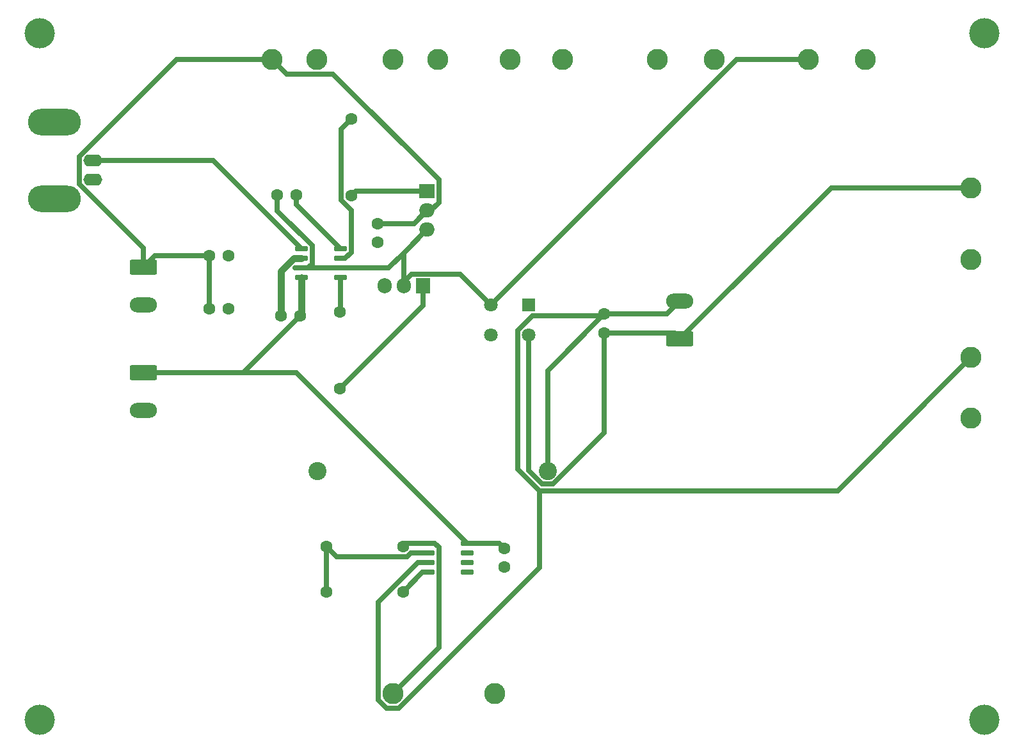
<source format=gtl>
%TF.GenerationSoftware,KiCad,Pcbnew,9.0.4*%
%TF.CreationDate,2025-10-17T10:30:08-05:00*%
%TF.ProjectId,Lab7_302,4c616237-5f33-4303-922e-6b696361645f,rev?*%
%TF.SameCoordinates,Original*%
%TF.FileFunction,Copper,L1,Top*%
%TF.FilePolarity,Positive*%
%FSLAX46Y46*%
G04 Gerber Fmt 4.6, Leading zero omitted, Abs format (unit mm)*
G04 Created by KiCad (PCBNEW 9.0.4) date 2025-10-17 10:30:08*
%MOMM*%
%LPD*%
G01*
G04 APERTURE LIST*
G04 Aperture macros list*
%AMRoundRect*
0 Rectangle with rounded corners*
0 $1 Rounding radius*
0 $2 $3 $4 $5 $6 $7 $8 $9 X,Y pos of 4 corners*
0 Add a 4 corners polygon primitive as box body*
4,1,4,$2,$3,$4,$5,$6,$7,$8,$9,$2,$3,0*
0 Add four circle primitives for the rounded corners*
1,1,$1+$1,$2,$3*
1,1,$1+$1,$4,$5*
1,1,$1+$1,$6,$7*
1,1,$1+$1,$8,$9*
0 Add four rect primitives between the rounded corners*
20,1,$1+$1,$2,$3,$4,$5,0*
20,1,$1+$1,$4,$5,$6,$7,0*
20,1,$1+$1,$6,$7,$8,$9,0*
20,1,$1+$1,$8,$9,$2,$3,0*%
G04 Aperture macros list end*
%TA.AperFunction,ComponentPad*%
%ADD10C,2.800000*%
%TD*%
%TA.AperFunction,ComponentPad*%
%ADD11C,1.600000*%
%TD*%
%TA.AperFunction,SMDPad,CuDef*%
%ADD12RoundRect,0.150000X-0.725000X-0.150000X0.725000X-0.150000X0.725000X0.150000X-0.725000X0.150000X0*%
%TD*%
%TA.AperFunction,ComponentPad*%
%ADD13R,1.905000X2.000000*%
%TD*%
%TA.AperFunction,ComponentPad*%
%ADD14O,1.905000X2.000000*%
%TD*%
%TA.AperFunction,ComponentPad*%
%ADD15RoundRect,0.250000X-1.550000X0.750000X-1.550000X-0.750000X1.550000X-0.750000X1.550000X0.750000X0*%
%TD*%
%TA.AperFunction,ComponentPad*%
%ADD16O,3.600000X2.000000*%
%TD*%
%TA.AperFunction,ComponentPad*%
%ADD17R,2.000000X1.905000*%
%TD*%
%TA.AperFunction,ComponentPad*%
%ADD18O,2.000000X1.905000*%
%TD*%
%TA.AperFunction,ComponentPad*%
%ADD19C,2.400000*%
%TD*%
%TA.AperFunction,ComponentPad*%
%ADD20R,1.800000X1.800000*%
%TD*%
%TA.AperFunction,ComponentPad*%
%ADD21C,1.800000*%
%TD*%
%TA.AperFunction,ComponentPad*%
%ADD22RoundRect,0.250000X1.550000X-0.750000X1.550000X0.750000X-1.550000X0.750000X-1.550000X-0.750000X0*%
%TD*%
%TA.AperFunction,ComponentPad*%
%ADD23O,2.500000X1.600000*%
%TD*%
%TA.AperFunction,ComponentPad*%
%ADD24O,7.000000X3.500000*%
%TD*%
%TA.AperFunction,ViaPad*%
%ADD25C,4.000000*%
%TD*%
%TA.AperFunction,Conductor*%
%ADD26C,0.900000*%
%TD*%
%TA.AperFunction,Conductor*%
%ADD27C,0.700000*%
%TD*%
G04 APERTURE END LIST*
D10*
%TO.P,LOWDR_T4,1,1*%
%TO.N,LOWDR*%
X159222500Y-55500000D03*
%TD*%
%TO.P,Vin_T1,1,1*%
%TO.N,Vin+*%
X108222500Y-55500000D03*
%TD*%
D11*
%TO.P,C5,1*%
%TO.N,BOOT*%
X111472500Y-73500000D03*
%TO.P,C5,2*%
%TO.N,SW*%
X108972500Y-73500000D03*
%TD*%
D10*
%TO.P,10V_T2,1,1*%
%TO.N,10V*%
X124222500Y-55500000D03*
%TD*%
D11*
%TO.P,C3,1*%
%TO.N,GND*%
X109472500Y-89500000D03*
%TO.P,C3,2*%
%TO.N,10V*%
X111972500Y-89500000D03*
%TD*%
D10*
%TO.P,GND_T6,1,1*%
%TO.N,GND*%
X200722500Y-82000000D03*
%TD*%
D12*
%TO.P,IC2,1,IN*%
%TO.N,PWM*%
X112147500Y-80595000D03*
%TO.P,IC2,2,PGND*%
%TO.N,GND*%
X112147500Y-81865000D03*
%TO.P,IC2,3,DT*%
%TO.N,SW*%
X112147500Y-83135000D03*
%TO.P,IC2,4,VCC*%
%TO.N,10V*%
X112147500Y-84405000D03*
%TO.P,IC2,5,LOWDR*%
%TO.N,LOWDR*%
X117297500Y-84405000D03*
%TO.P,IC2,6,BOOTLO*%
%TO.N,SW*%
X117297500Y-83135000D03*
%TO.P,IC2,7,HIGHDR*%
%TO.N,HIGHDR*%
X117297500Y-81865000D03*
%TO.P,IC2,8,BOOT*%
%TO.N,BOOT*%
X117297500Y-80595000D03*
%TD*%
D10*
%TO.P,Vout-_T7,1,1*%
%TO.N,Vout-*%
X200722500Y-95000000D03*
%TD*%
D11*
%TO.P,C2,1*%
%TO.N,Vout+*%
X152222500Y-91750000D03*
%TO.P,C2,2*%
%TO.N,Vout-*%
X152222500Y-89250000D03*
%TD*%
D12*
%TO.P,U1,1*%
%TO.N,OPAMP_OUT*%
X128925000Y-119595000D03*
%TO.P,U1,2,-*%
%TO.N,Net-(U1A--)*%
X128925000Y-120865000D03*
%TO.P,U1,3,+*%
%TO.N,Vout-*%
X128925000Y-122135000D03*
%TO.P,U1,4,V-*%
%TO.N,GND*%
X128925000Y-123405000D03*
%TO.P,U1,5,+*%
%TO.N,unconnected-(U1B-+-Pad5)*%
X134075000Y-123405000D03*
%TO.P,U1,6,-*%
%TO.N,unconnected-(U1B---Pad6)*%
X134075000Y-122135000D03*
%TO.P,U1,7*%
%TO.N,unconnected-(U1-Pad7)*%
X134075000Y-120865000D03*
%TO.P,U1,8,V+*%
%TO.N,10V*%
X134075000Y-119595000D03*
%TD*%
D13*
%TO.P,Q2,1,G*%
%TO.N,Net-(Q2-G)*%
X128222500Y-85500000D03*
D14*
%TO.P,Q2,2,D*%
%TO.N,SW*%
X125682500Y-85500000D03*
%TO.P,Q2,3,S*%
%TO.N,GND*%
X123142500Y-85500000D03*
%TD*%
D10*
%TO.P,OPAMP_OUT_T8,1,1*%
%TO.N,OPAMP_OUT*%
X124222500Y-139500000D03*
%TD*%
D15*
%TO.P,Vin1,1,Pin_1*%
%TO.N,Vin+*%
X91277500Y-83000000D03*
D16*
%TO.P,Vin1,2,Pin_2*%
%TO.N,GND*%
X91277500Y-88000000D03*
%TD*%
D17*
%TO.P,Q1,1,G*%
%TO.N,Net-(Q1-G)*%
X128772500Y-72960000D03*
D18*
%TO.P,Q1,2,D*%
%TO.N,Vin+*%
X128772500Y-75500000D03*
%TO.P,Q1,3,S*%
%TO.N,SW*%
X128772500Y-78040000D03*
%TD*%
D11*
%TO.P,C7,1*%
%TO.N,Vin+*%
X99972500Y-81500000D03*
%TO.P,C7,2*%
%TO.N,GND*%
X102472500Y-81500000D03*
%TD*%
D10*
%TO.P,PWN_T3,1,1*%
%TO.N,PWM*%
X139722500Y-55500000D03*
%TD*%
D11*
%TO.P,R4,1*%
%TO.N,Net-(Q1-G)*%
X118722500Y-73580000D03*
%TO.P,R4,2*%
%TO.N,HIGHDR*%
X118722500Y-63420000D03*
%TD*%
%TO.P,C4,1*%
%TO.N,10V*%
X139000000Y-120250000D03*
%TO.P,C4,2*%
%TO.N,GND*%
X139000000Y-122750000D03*
%TD*%
D19*
%TO.P,R1,1*%
%TO.N,GND*%
X114255000Y-110000000D03*
%TO.P,R1,2*%
%TO.N,Vout-*%
X144735000Y-110000000D03*
%TD*%
D10*
%TO.P,GND_T2,1,1*%
%TO.N,GND*%
X130222500Y-55500000D03*
%TD*%
%TO.P,GND_T8,1,1*%
%TO.N,GND*%
X137722500Y-139500000D03*
%TD*%
D20*
%TO.P,L1,1,1*%
%TO.N,unconnected-(L1-Pad1)*%
X142222500Y-88000000D03*
D21*
%TO.P,L1,2,2*%
%TO.N,SW*%
X137222500Y-88000000D03*
%TO.P,L1,3,3*%
%TO.N,Vout+*%
X142222500Y-92000000D03*
%TO.P,L1,4,4*%
%TO.N,unconnected-(L1-Pad4)*%
X137222500Y-92000000D03*
%TD*%
D11*
%TO.P,C6,1*%
%TO.N,Vin+*%
X99972500Y-88500000D03*
%TO.P,C6,2*%
%TO.N,GND*%
X102472500Y-88500000D03*
%TD*%
%TO.P,R2,1*%
%TO.N,GND*%
X125580000Y-126000000D03*
%TO.P,R2,2*%
%TO.N,Net-(U1A--)*%
X115420000Y-126000000D03*
%TD*%
D10*
%TO.P,GND_T3,1,1*%
%TO.N,GND*%
X146722500Y-55500000D03*
%TD*%
D22*
%TO.P,Vout1,1,Pin_1*%
%TO.N,Vout+*%
X162222500Y-92500000D03*
D16*
%TO.P,Vout1,2,Pin_2*%
%TO.N,Vout-*%
X162222500Y-87500000D03*
%TD*%
D11*
%TO.P,C1,1*%
%TO.N,Vin+*%
X122222500Y-77250000D03*
%TO.P,C1,2*%
%TO.N,GND*%
X122222500Y-79750000D03*
%TD*%
D10*
%TO.P,GND_T7,1,1*%
%TO.N,GND*%
X200722500Y-103000000D03*
%TD*%
%TO.P,GND_T4,1,1*%
%TO.N,GND*%
X166722500Y-55500000D03*
%TD*%
%TO.P,Vout+_T6,1,1*%
%TO.N,Vout+*%
X200722500Y-72500000D03*
%TD*%
%TO.P,LOW_Vds_T5,1,1*%
%TO.N,SW*%
X179222500Y-55500000D03*
%TD*%
%TO.P,GND_T5,1,1*%
%TO.N,GND*%
X186722500Y-55500000D03*
%TD*%
D11*
%TO.P,R3,1*%
%TO.N,Net-(U1A--)*%
X115420000Y-120000000D03*
%TO.P,R3,2*%
%TO.N,OPAMP_OUT*%
X125580000Y-120000000D03*
%TD*%
D15*
%TO.P,10VD1,1,Pin_1*%
%TO.N,10V*%
X91277500Y-97000000D03*
D16*
%TO.P,10VD1,2,Pin_2*%
%TO.N,GND*%
X91277500Y-102000000D03*
%TD*%
D23*
%TO.P,PWM1,1,In*%
%TO.N,PWM*%
X84580000Y-68920000D03*
D24*
%TO.P,PWM1,2,Ext*%
%TO.N,GND*%
X79500000Y-74000000D03*
D23*
X84580000Y-71460000D03*
D24*
X79500000Y-63840000D03*
%TD*%
D11*
%TO.P,R5,1*%
%TO.N,LOWDR*%
X117222500Y-88920000D03*
%TO.P,R5,2*%
%TO.N,Net-(Q2-G)*%
X117222500Y-99080000D03*
%TD*%
D10*
%TO.P,GND_T1,1,1*%
%TO.N,GND*%
X114222500Y-55500000D03*
%TD*%
D25*
%TO.N,*%
X77500000Y-52000000D03*
X202500000Y-52000000D03*
X77500000Y-143000000D03*
X202500000Y-143000000D03*
%TD*%
D26*
%TO.N,GND*%
X111126873Y-81865000D02*
X112147500Y-81865000D01*
X109472500Y-89500000D02*
X109472500Y-83519373D01*
D27*
X128925000Y-123405000D02*
X128175000Y-123405000D01*
D26*
X109472500Y-83519373D02*
X111126873Y-81865000D01*
D27*
X128175000Y-123405000D02*
X125580000Y-126000000D01*
%TO.N,10V*%
X111480000Y-97000000D02*
X104472500Y-97000000D01*
X104472500Y-97000000D02*
X91277500Y-97000000D01*
X134075000Y-119595000D02*
X138345000Y-119595000D01*
D26*
X112147500Y-84405000D02*
X112147500Y-89325000D01*
X112147500Y-89325000D02*
X111972500Y-89500000D01*
D27*
X111972500Y-89500000D02*
X104472500Y-97000000D01*
X138345000Y-119595000D02*
X139000000Y-120250000D01*
X134075000Y-119595000D02*
X111480000Y-97000000D01*
%TO.N,Vin+*%
X122222500Y-77250000D02*
X127022500Y-77250000D01*
X129287000Y-75500000D02*
X130323500Y-74463500D01*
X130323500Y-71456500D02*
X116318000Y-57451000D01*
X130323500Y-74463500D02*
X130323500Y-71456500D01*
X110173500Y-57451000D02*
X108222500Y-55500000D01*
X128772500Y-75500000D02*
X129287000Y-75500000D01*
X127022500Y-77250000D02*
X128772500Y-75500000D01*
X116318000Y-57451000D02*
X110173500Y-57451000D01*
X99972500Y-81500000D02*
X92777500Y-81500000D01*
X91277500Y-80518103D02*
X91277500Y-83000000D01*
X82779000Y-72019603D02*
X91277500Y-80518103D01*
X108222500Y-55500000D02*
X95639397Y-55500000D01*
X92777500Y-81500000D02*
X91277500Y-83000000D01*
X99972500Y-81500000D02*
X99972500Y-88500000D01*
X95639397Y-55500000D02*
X82779000Y-68360397D01*
X82779000Y-68360397D02*
X82779000Y-72019603D01*
%TO.N,Vout+*%
X152222500Y-104988788D02*
X152222500Y-91750000D01*
X142222500Y-109963788D02*
X144009712Y-111751000D01*
X161472500Y-91750000D02*
X162222500Y-92500000D01*
X142222500Y-92000000D02*
X142222500Y-109963788D01*
X145460288Y-111751000D02*
X152222500Y-104988788D01*
X144009712Y-111751000D02*
X145460288Y-111751000D01*
X182222500Y-72500000D02*
X162222500Y-92500000D01*
X200722500Y-72500000D02*
X182222500Y-72500000D01*
X152222500Y-91750000D02*
X161472500Y-91750000D01*
%TO.N,Vout-*%
X142719476Y-89451000D02*
X152021500Y-89451000D01*
X160472500Y-89250000D02*
X162222500Y-87500000D01*
X127534397Y-122135000D02*
X122271500Y-127397897D01*
X143636505Y-122845126D02*
X143636505Y-112651999D01*
X143636505Y-112651999D02*
X140771500Y-109786994D01*
X122271500Y-127397897D02*
X122271500Y-140308131D01*
X152222500Y-89250000D02*
X160472500Y-89250000D01*
X122271500Y-140308131D02*
X123414369Y-141451000D01*
X183070501Y-112651999D02*
X143636505Y-112651999D01*
X140771500Y-109786994D02*
X140771500Y-91398976D01*
X152222500Y-89250000D02*
X144735000Y-96737500D01*
X140771500Y-91398976D02*
X142719476Y-89451000D01*
X123414369Y-141451000D02*
X125030631Y-141451000D01*
X144735000Y-96737500D02*
X144735000Y-110000000D01*
X200722500Y-95000000D02*
X183070501Y-112651999D01*
X128925000Y-122135000D02*
X127534397Y-122135000D01*
X152021500Y-89451000D02*
X152222500Y-89250000D01*
X125030631Y-141451000D02*
X143636505Y-122845126D01*
%TO.N,SW*%
X113573500Y-82583999D02*
X113022499Y-83135000D01*
X112147500Y-83135000D02*
X117297500Y-83135000D01*
X108972500Y-75549478D02*
X113573500Y-80150478D01*
X179222500Y-55500000D02*
X169722500Y-55500000D01*
X111272501Y-83135000D02*
X112147500Y-83135000D01*
X169722500Y-55500000D02*
X137222500Y-88000000D01*
X125682500Y-84985500D02*
X125682500Y-85500000D01*
X133171500Y-83949000D02*
X126719000Y-83949000D01*
X113573500Y-80150478D02*
X113573500Y-82583999D01*
X125682500Y-81130000D02*
X125682500Y-85500000D01*
X117297500Y-83135000D02*
X123677500Y-83135000D01*
X137222500Y-88000000D02*
X133171500Y-83949000D01*
X123677500Y-83135000D02*
X125682500Y-81130000D01*
X113022499Y-83135000D02*
X112147500Y-83135000D01*
X128772500Y-78040000D02*
X125682500Y-81130000D01*
X108972500Y-73500000D02*
X108972500Y-75549478D01*
X126719000Y-83949000D02*
X125682500Y-84985500D01*
%TO.N,BOOT*%
X111472500Y-74770000D02*
X111472500Y-73500000D01*
X117297500Y-80595000D02*
X111472500Y-74770000D01*
%TO.N,HIGHDR*%
X117297500Y-81865000D02*
X117898022Y-81865000D01*
X118723500Y-75491603D02*
X117371500Y-74139603D01*
X117898022Y-81865000D02*
X118723500Y-81039522D01*
X117371500Y-64771000D02*
X118722500Y-63420000D01*
X117371500Y-74139603D02*
X117371500Y-64771000D01*
X118723500Y-81039522D02*
X118723500Y-75491603D01*
%TO.N,LOWDR*%
X117297500Y-84405000D02*
X117297500Y-88845000D01*
X117297500Y-88845000D02*
X117222500Y-88920000D01*
%TO.N,PWM*%
X112147500Y-80595000D02*
X100472500Y-68920000D01*
X100472500Y-68920000D02*
X84580000Y-68920000D01*
%TO.N,OPAMP_OUT*%
X128925000Y-119595000D02*
X129799999Y-119595000D01*
X128925000Y-119595000D02*
X125985000Y-119595000D01*
X125985000Y-119595000D02*
X125580000Y-120000000D01*
X129799999Y-119595000D02*
X130351000Y-120146001D01*
X130351000Y-120146001D02*
X130351000Y-133371500D01*
X130351000Y-133371500D02*
X124222500Y-139500000D01*
%TO.N,Net-(Q1-G)*%
X119342500Y-72960000D02*
X118722500Y-73580000D01*
X128772500Y-72960000D02*
X119342500Y-72960000D01*
%TO.N,Net-(Q2-G)*%
X128222500Y-85500000D02*
X128222500Y-88080000D01*
X128222500Y-88080000D02*
X117222500Y-99080000D01*
%TO.N,Net-(U1A--)*%
X128925000Y-120865000D02*
X126625603Y-120865000D01*
X115420000Y-120000000D02*
X115420000Y-126000000D01*
X116771000Y-121351000D02*
X115420000Y-120000000D01*
X126625603Y-120865000D02*
X126139603Y-121351000D01*
X126139603Y-121351000D02*
X116771000Y-121351000D01*
%TD*%
M02*

</source>
